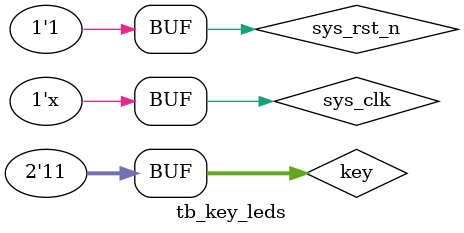
<source format=v>
`timescale 1ns/1ns

module tb_key_leds ();

reg             sys_clk;
reg             sys_rst_n;
reg  [1:0]      key;
wire [1:0]      led;

initial begin
    sys_clk <= 1'b0;
    sys_rst_n <= 1'b0;
    key <= 2'b11;
    #20
    sys_rst_n <= 1'b1;
    #100
    key <= 2'b01;
    #100
    key <= 2'b10;
    #100
    key <= 2'b00;
    #100
    key <= 2'b11;
end
always #1 sys_clk <= ~sys_clk;

key_leds #(.COUNTER (32'd25))
u_key_leds(
    .sys_clk  (sys_clk),
    .sys_rst_n(sys_rst_n),
    .key      (key),
    .led      (led)
);


endmodule
</source>
